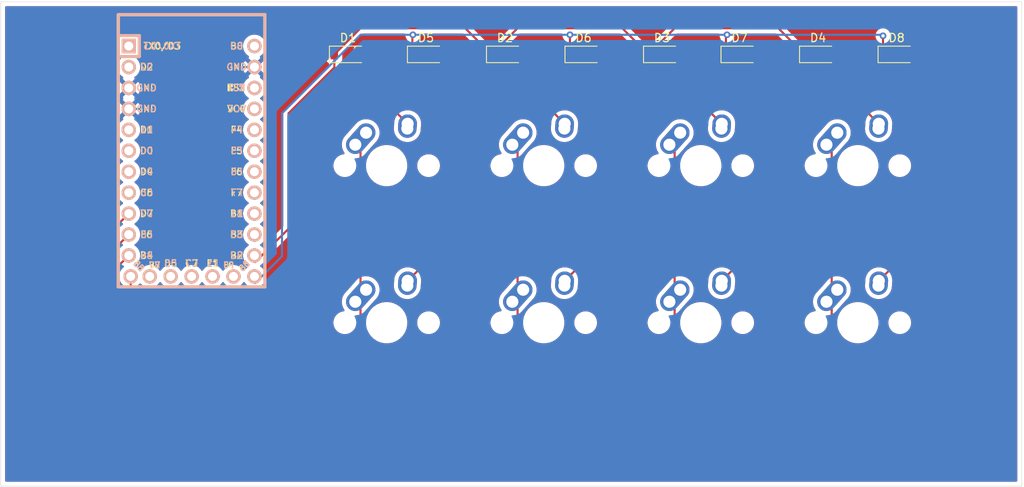
<source format=kicad_pcb>
(kicad_pcb (version 20171130) (host pcbnew "(5.1.10-1-10_14)")
  (layers (0 F.Cu signal) (31 B.Cu signal) (34 B.Paste user) (35 F.Paste user) (36 B.SilkS user) (37 F.SilkS user) (38 B.Mask user) (39 F.Mask user) (44 Edge.Cuts user))
  (net 0 "")
  (net 1 "Net-(D1-Pad2)")
  (net 2 ROW0)
  (net 3 "Net-(D2-Pad2)")
  (net 4 "Net-(D3-Pad2)")
  (net 5 "Net-(D4-Pad2)")
  (net 6 "Net-(D5-Pad2)")
  (net 7 ROW1)
  (net 8 "Net-(D6-Pad2)")
  (net 9 "Net-(D7-Pad2)")
  (net 10 "Net-(D8-Pad2)")
  (net 11 COL0)
  (net 12 COL1)
  (net 13 COL2)
  (net 14 COL3)
  (net 15 "Net-(U1-Pad25)")
  (net 16 "Net-(U1-Pad26)")
  (net 17 "Net-(U1-Pad27)")
  (net 18 "Net-(U1-Pad28)")
  (net 19 "Net-(U1-Pad29)")
  (net 20 "Net-(U1-Pad24)")
  (net 21 "Net-(U1-Pad22)")
  (net 22 "Net-(U1-Pad21)")
  (net 23 "Net-(U1-Pad20)")
  (net 24 "Net-(U1-Pad19)")
  (net 25 "Net-(U1-Pad18)")
  (net 26 "Net-(U1-Pad17)")
  (net 27 "Net-(U1-Pad16)")
  (net 28 "Net-(U1-Pad15)")
  (net 29 "Net-(U1-Pad8)")
  (net 30 "Net-(U1-Pad7)")
  (net 31 "Net-(U1-Pad6)")
  (net 32 "Net-(U1-Pad5)")
  (net 33 "Net-(U1-Pad2)")
  (net 34 "Net-(U1-Pad1)")
  (net 35 GND)
  (module MX_Alps_Hybrid:MX-1U-NoLED (layer F.Cu) (at 150.7909 101.6267)
    (fp_text reference MX6)
    (fp_text value MX-NoLED)
    (pad "" np_thru_hole circle (at 5.08 0 48.0996) (size 1.75 1.75) (drill 1.75) (layers *.Cu *.Mask))
    (pad "" np_thru_hole circle (at -5.08 0 48.0996) (size 1.75 1.75) (drill 1.75) (layers *.Cu *.Mask))
    (pad 1 thru_hole circle (at -2.5 -4) (size 2.25 2.25) (drill 1.47) (layers *.Cu B.Mask) (net 12 COL1))
    (pad "" np_thru_hole circle (at 0 0) (size 3.9878 3.9878) (drill 3.9878) (layers *.Cu *.Mask))
    (pad 1 thru_hole oval (at -3.81 -2.54 48.0996) (size 4.211556 2.25) (drill 1.47 (offset 0.980778 0)) (layers *.Cu B.Mask) (net 12 COL1))
    (pad 2 thru_hole circle (at 2.54 -5.08) (size 2.25 2.25) (drill 1.47) (layers *.Cu B.Mask) (net 8 "Net-(D6-Pad2)"))
    (pad 2 thru_hole oval (at 2.5 -4.5 86.0548) (size 2.831378 2.25) (drill 1.47 (offset 0.290689 0)) (layers *.Cu B.Mask) (net 8 "Net-(D6-Pad2)"))
  )
  (module MX_Alps_Hybrid:MX-1U-NoLED (layer F.Cu) (at 169.8409 82.5767)
    (fp_text reference MX3)
    (fp_text value MX-NoLED)
    (pad "" np_thru_hole circle (at 5.08 0 48.0996) (size 1.75 1.75) (drill 1.75) (layers *.Cu *.Mask))
    (pad "" np_thru_hole circle (at -5.08 0 48.0996) (size 1.75 1.75) (drill 1.75) (layers *.Cu *.Mask))
    (pad 1 thru_hole circle (at -2.5 -4) (size 2.25 2.25) (drill 1.47) (layers *.Cu B.Mask) (net 13 COL2))
    (pad "" np_thru_hole circle (at 0 0) (size 3.9878 3.9878) (drill 3.9878) (layers *.Cu *.Mask))
    (pad 1 thru_hole oval (at -3.81 -2.54 48.0996) (size 4.211556 2.25) (drill 1.47 (offset 0.980778 0)) (layers *.Cu B.Mask) (net 13 COL2))
    (pad 2 thru_hole circle (at 2.54 -5.08) (size 2.25 2.25) (drill 1.47) (layers *.Cu B.Mask) (net 4 "Net-(D3-Pad2)"))
    (pad 2 thru_hole oval (at 2.5 -4.5 86.0548) (size 2.831378 2.25) (drill 1.47 (offset 0.290689 0)) (layers *.Cu B.Mask) (net 4 "Net-(D3-Pad2)"))
  )
  (module Keebio-Parts:Elite-C (layer F.Cu) (at 108.077 82.042 270)
    (fp_text reference U1 hide)
    (fp_text value Elite-C hide)
    (fp_line (start -15.24 6.35) (end -15.24 8.89) (layer F.SilkS) (width 0.381))
    (fp_line (start -15.24 6.35) (end -15.24 8.89) (layer B.SilkS) (width 0.381))
    (fp_line (start -17.78 8.89) (end -15.24 8.89) (layer F.SilkS) (width 0.381))
    (fp_line (start -17.78 -8.89) (end -17.78 8.89) (layer F.SilkS) (width 0.381))
    (fp_line (start -15.24 -8.89) (end -17.78 -8.89) (layer F.SilkS) (width 0.381))
    (fp_line (start -17.78 -8.89) (end -17.78 8.89) (layer B.SilkS) (width 0.381))
    (fp_line (start -17.78 8.89) (end 15.24 8.89) (layer B.SilkS) (width 0.381))
    (fp_line (start 15.24 8.89) (end 15.24 -8.89) (layer B.SilkS) (width 0.381))
    (fp_line (start 15.24 -8.89) (end -17.78 -8.89) (layer B.SilkS) (width 0.381))
    (fp_poly (pts (xy -9.35097 -5.844635) (xy -9.25097 -5.844635) (xy -9.25097 -6.344635) (xy -9.35097 -6.344635)) (layer B.SilkS) (width 0.15))
    (fp_poly (pts (xy -9.35097 -5.844635) (xy -9.05097 -5.844635) (xy -9.05097 -5.944635) (xy -9.35097 -5.944635)) (layer B.SilkS) (width 0.15))
    (fp_poly (pts (xy -8.75097 -5.844635) (xy -8.55097 -5.844635) (xy -8.55097 -5.944635) (xy -8.75097 -5.944635)) (layer B.SilkS) (width 0.15))
    (fp_poly (pts (xy -9.35097 -6.244635) (xy -8.55097 -6.244635) (xy -8.55097 -6.344635) (xy -9.35097 -6.344635)) (layer B.SilkS) (width 0.15))
    (fp_poly (pts (xy -8.95097 -6.044635) (xy -8.85097 -6.044635) (xy -8.85097 -6.144635) (xy -8.95097 -6.144635)) (layer B.SilkS) (width 0.15))
    (fp_poly (pts (xy -8.76064 -4.931568) (xy -8.56064 -4.931568) (xy -8.56064 -4.831568) (xy -8.76064 -4.831568)) (layer F.SilkS) (width 0.15))
    (fp_poly (pts (xy -9.36064 -4.531568) (xy -8.56064 -4.531568) (xy -8.56064 -4.431568) (xy -9.36064 -4.431568)) (layer F.SilkS) (width 0.15))
    (fp_poly (pts (xy -9.36064 -4.931568) (xy -9.26064 -4.931568) (xy -9.26064 -4.431568) (xy -9.36064 -4.431568)) (layer F.SilkS) (width 0.15))
    (fp_poly (pts (xy -8.96064 -4.731568) (xy -8.86064 -4.731568) (xy -8.86064 -4.631568) (xy -8.96064 -4.631568)) (layer F.SilkS) (width 0.15))
    (fp_poly (pts (xy -9.36064 -4.931568) (xy -9.06064 -4.931568) (xy -9.06064 -4.831568) (xy -9.36064 -4.831568)) (layer F.SilkS) (width 0.15))
    (fp_line (start -12.7 6.35) (end -12.7 8.89) (layer F.SilkS) (width 0.381))
    (fp_line (start -15.24 6.35) (end -12.7 6.35) (layer F.SilkS) (width 0.381))
    (fp_line (start 15.24 -8.89) (end -15.24 -8.89) (layer F.SilkS) (width 0.381))
    (fp_line (start 15.24 8.89) (end 15.24 -8.89) (layer F.SilkS) (width 0.381))
    (fp_line (start -15.24 8.89) (end 15.24 8.89) (layer F.SilkS) (width 0.381))
    (fp_line (start -15.24 6.35) (end -12.7 6.35) (layer B.SilkS) (width 0.381))
    (fp_line (start -12.7 6.35) (end -12.7 8.89) (layer B.SilkS) (width 0.381))
    (fp_text user D5 (at 12.4 2.54) (layer B.SilkS) (effects (font (size 0.8 0.8)) (justify mirror)))
    (fp_text user D5 (at 12.4 2.54) (layer F.SilkS) (effects (font (size 0.8 0.8))))
    (fp_text user F1 (at 12.4 -2.54) (layer F.SilkS) (effects (font (size 0.8 0.8))))
    (fp_text user F1 (at 12.4 -2.54) (layer B.SilkS) (effects (font (size 0.8 0.8)) (justify mirror)))
    (fp_text user C7 (at 12.4 0) (layer B.SilkS) (effects (font (size 0.8 0.8)) (justify mirror)))
    (fp_text user C7 (at 12.4 0) (layer F.SilkS) (effects (font (size 0.8 0.8))))
    (fp_text user B6 (at 12.7 -6.4 45 unlocked) (layer B.SilkS) (effects (font (size 0.7 0.7)) (justify mirror)))
    (fp_text user B6 (at 12.7 -6.4 45 unlocked) (layer F.SilkS) (effects (font (size 0.7 0.7))))
    (fp_text user F0 (at 12.6 -4.5) (layer F.SilkS) (effects (font (size 0.7 0.7))))
    (fp_text user F0 (at 12.6 -4.5) (layer B.SilkS) (effects (font (size 0.7 0.7)) (justify mirror)))
    (fp_text user B7 (at 12.6 4.5) (layer B.SilkS) (effects (font (size 0.7 0.7)) (justify mirror)))
    (fp_text user B7 (at 12.6 4.5) (layer F.SilkS) (effects (font (size 0.7 0.7))))
    (fp_text user ST (at -8.91 -5.04) (layer B.SilkS) (effects (font (size 0.8 0.8)) (justify mirror)))
    (fp_text user TX0/D3 (at -13.97 3.571872) (layer F.SilkS) (effects (font (size 0.8 0.8))))
    (fp_text user TX0/D3 (at -13.97 3.571872) (layer B.SilkS) (effects (font (size 0.8 0.8)) (justify mirror)))
    (fp_text user D2 (at -11.43 5.461) (layer F.SilkS) (effects (font (size 0.8 0.8))))
    (fp_text user D0 (at -1.27 5.461) (layer F.SilkS) (effects (font (size 0.8 0.8))))
    (fp_text user D1 (at -3.81 5.461) (layer F.SilkS) (effects (font (size 0.8 0.8))))
    (fp_text user GND (at -6.35 5.461) (layer F.SilkS) (effects (font (size 0.8 0.8))))
    (fp_text user GND (at -8.89 5.461) (layer F.SilkS) (effects (font (size 0.8 0.8))))
    (fp_text user D4 (at 1.27 5.461) (layer F.SilkS) (effects (font (size 0.8 0.8))))
    (fp_text user C6 (at 3.81 5.461) (layer F.SilkS) (effects (font (size 0.8 0.8))))
    (fp_text user D7 (at 6.35 5.461) (layer F.SilkS) (effects (font (size 0.8 0.8))))
    (fp_text user E6 (at 8.89 5.461) (layer F.SilkS) (effects (font (size 0.8 0.8))))
    (fp_text user B4 (at 11.43 5.461) (layer F.SilkS) (effects (font (size 0.8 0.8))))
    (fp_text user B5 (at 12.7 6.4 135) (layer F.SilkS) (effects (font (size 0.7 0.7))))
    (fp_text user B2 (at 11.43 -5.461) (layer B.SilkS) (effects (font (size 0.8 0.8)) (justify mirror)))
    (fp_text user B3 (at 8.89 -5.461) (layer F.SilkS) (effects (font (size 0.8 0.8))))
    (fp_text user B1 (at 6.35 -5.461) (layer F.SilkS) (effects (font (size 0.8 0.8))))
    (fp_text user F7 (at 3.81 -5.461) (layer B.SilkS) (effects (font (size 0.8 0.8)) (justify mirror)))
    (fp_text user F6 (at 1.27 -5.461) (layer B.SilkS) (effects (font (size 0.8 0.8)) (justify mirror)))
    (fp_text user F5 (at -1.27 -5.461) (layer B.SilkS) (effects (font (size 0.8 0.8)) (justify mirror)))
    (fp_text user F4 (at -3.81 -5.461) (layer F.SilkS) (effects (font (size 0.8 0.8))))
    (fp_text user VCC (at -6.35 -5.461) (layer F.SilkS) (effects (font (size 0.8 0.8))))
    (fp_text user ST (at -8.92 -5.73312) (layer F.SilkS) (effects (font (size 0.8 0.8))))
    (fp_text user GND (at -11.43 -5.461) (layer F.SilkS) (effects (font (size 0.8 0.8))))
    (fp_text user B0 (at -13.97 -5.461) (layer F.SilkS) (effects (font (size 0.8 0.8))))
    (fp_text user B0 (at -13.97 -5.461) (layer B.SilkS) (effects (font (size 0.8 0.8)) (justify mirror)))
    (fp_text user GND (at -11.43 -5.461) (layer B.SilkS) (effects (font (size 0.8 0.8)) (justify mirror)))
    (fp_text user VCC (at -6.35 -5.461) (layer B.SilkS) (effects (font (size 0.8 0.8)) (justify mirror)))
    (fp_text user F4 (at -3.81 -5.461) (layer B.SilkS) (effects (font (size 0.8 0.8)) (justify mirror)))
    (fp_text user F5 (at -1.27 -5.461) (layer F.SilkS) (effects (font (size 0.8 0.8))))
    (fp_text user F6 (at 1.27 -5.461) (layer F.SilkS) (effects (font (size 0.8 0.8))))
    (fp_text user F7 (at 3.81 -5.461) (layer F.SilkS) (effects (font (size 0.8 0.8))))
    (fp_text user B1 (at 6.35 -5.461) (layer B.SilkS) (effects (font (size 0.8 0.8)) (justify mirror)))
    (fp_text user B3 (at 8.89 -5.461) (layer B.SilkS) (effects (font (size 0.8 0.8)) (justify mirror)))
    (fp_text user B2 (at 11.43 -5.461) (layer F.SilkS) (effects (font (size 0.8 0.8))))
    (fp_text user B5 (at 12.7 6.4 135) (layer B.SilkS) (effects (font (size 0.7 0.7)) (justify mirror)))
    (fp_text user B4 (at 11.43 5.461) (layer B.SilkS) (effects (font (size 0.8 0.8)) (justify mirror)))
    (fp_text user E6 (at 8.89 5.461) (layer B.SilkS) (effects (font (size 0.8 0.8)) (justify mirror)))
    (fp_text user D7 (at 6.35 5.461) (layer B.SilkS) (effects (font (size 0.8 0.8)) (justify mirror)))
    (fp_text user C6 (at 3.81 5.461) (layer B.SilkS) (effects (font (size 0.8 0.8)) (justify mirror)))
    (fp_text user D4 (at 1.27 5.461) (layer B.SilkS) (effects (font (size 0.8 0.8)) (justify mirror)))
    (fp_text user GND (at -8.89 5.461) (layer B.SilkS) (effects (font (size 0.8 0.8)) (justify mirror)))
    (fp_text user GND (at -6.35 5.461) (layer B.SilkS) (effects (font (size 0.8 0.8)) (justify mirror)))
    (fp_text user D1 (at -3.81 5.461) (layer B.SilkS) (effects (font (size 0.8 0.8)) (justify mirror)))
    (fp_text user D0 (at -1.27 5.461) (layer B.SilkS) (effects (font (size 0.8 0.8)) (justify mirror)))
    (fp_text user D2 (at -11.43 5.461) (layer B.SilkS) (effects (font (size 0.8 0.8)) (justify mirror)))
    (pad 25 thru_hole circle (at 13.97 5.08 270) (size 1.7526 1.7526) (drill 1.0922) (layers *.Cu *.SilkS *.Mask) (net 15 "Net-(U1-Pad25)"))
    (pad 26 thru_hole circle (at 13.97 2.54 270) (size 1.7526 1.7526) (drill 1.0922) (layers *.Cu *.SilkS *.Mask) (net 16 "Net-(U1-Pad26)"))
    (pad 27 thru_hole circle (at 13.97 0 270) (size 1.7526 1.7526) (drill 1.0922) (layers *.Cu *.SilkS *.Mask) (net 17 "Net-(U1-Pad27)"))
    (pad 28 thru_hole circle (at 13.97 -2.54 270) (size 1.7526 1.7526) (drill 1.0922) (layers *.Cu *.SilkS *.Mask) (net 18 "Net-(U1-Pad28)"))
    (pad 29 thru_hole circle (at 13.97 -5.08 270) (size 1.7526 1.7526) (drill 1.0922) (layers *.Cu *.SilkS *.Mask) (net 19 "Net-(U1-Pad29)"))
    (pad 24 thru_hole circle (at -13.97 -7.62 270) (size 1.7526 1.7526) (drill 1.0922) (layers *.Cu *.SilkS *.Mask) (net 20 "Net-(U1-Pad24)"))
    (pad 12 thru_hole circle (at 13.97 7.3914 270) (size 1.7526 1.7526) (drill 1.0922) (layers *.Cu *.SilkS *.Mask) (net 11 COL0))
    (pad 23 thru_hole circle (at -11.43 -7.62 270) (size 1.7526 1.7526) (drill 1.0922) (layers *.Cu *.SilkS *.Mask) (net 35 GND))
    (pad 22 thru_hole circle (at -8.89 -7.62 270) (size 1.7526 1.7526) (drill 1.0922) (layers *.Cu *.SilkS *.Mask) (net 21 "Net-(U1-Pad22)"))
    (pad 21 thru_hole circle (at -6.35 -7.62 270) (size 1.7526 1.7526) (drill 1.0922) (layers *.Cu *.SilkS *.Mask) (net 22 "Net-(U1-Pad21)"))
    (pad 20 thru_hole circle (at -3.81 -7.62 270) (size 1.7526 1.7526) (drill 1.0922) (layers *.Cu *.SilkS *.Mask) (net 23 "Net-(U1-Pad20)"))
    (pad 19 thru_hole circle (at -1.27 -7.62 270) (size 1.7526 1.7526) (drill 1.0922) (layers *.Cu *.SilkS *.Mask) (net 24 "Net-(U1-Pad19)"))
    (pad 18 thru_hole circle (at 1.27 -7.62 270) (size 1.7526 1.7526) (drill 1.0922) (layers *.Cu *.SilkS *.Mask) (net 25 "Net-(U1-Pad18)"))
    (pad 17 thru_hole circle (at 3.81 -7.62 270) (size 1.7526 1.7526) (drill 1.0922) (layers *.Cu *.SilkS *.Mask) (net 26 "Net-(U1-Pad17)"))
    (pad 16 thru_hole circle (at 6.35 -7.62 270) (size 1.7526 1.7526) (drill 1.0922) (layers *.Cu *.SilkS *.Mask) (net 27 "Net-(U1-Pad16)"))
    (pad 15 thru_hole circle (at 8.89 -7.62 270) (size 1.7526 1.7526) (drill 1.0922) (layers *.Cu *.SilkS *.Mask) (net 28 "Net-(U1-Pad15)"))
    (pad 14 thru_hole circle (at 11.43 -7.62 270) (size 1.7526 1.7526) (drill 1.0922) (layers *.Cu *.SilkS *.Mask) (net 2 ROW0))
    (pad 13 thru_hole circle (at 13.97 -7.62 270) (size 1.7526 1.7526) (drill 1.0922) (layers *.Cu *.SilkS *.Mask) (net 7 ROW1))
    (pad 11 thru_hole circle (at 11.43 7.62 270) (size 1.7526 1.7526) (drill 1.0922) (layers *.Cu *.SilkS *.Mask) (net 12 COL1))
    (pad 10 thru_hole circle (at 8.89 7.62 270) (size 1.7526 1.7526) (drill 1.0922) (layers *.Cu *.SilkS *.Mask) (net 13 COL2))
    (pad 9 thru_hole circle (at 6.35 7.62 270) (size 1.7526 1.7526) (drill 1.0922) (layers *.Cu *.SilkS *.Mask) (net 14 COL3))
    (pad 8 thru_hole circle (at 3.81 7.62 270) (size 1.7526 1.7526) (drill 1.0922) (layers *.Cu *.SilkS *.Mask) (net 29 "Net-(U1-Pad8)"))
    (pad 7 thru_hole circle (at 1.27 7.62 270) (size 1.7526 1.7526) (drill 1.0922) (layers *.Cu *.SilkS *.Mask) (net 30 "Net-(U1-Pad7)"))
    (pad 6 thru_hole circle (at -1.27 7.62 270) (size 1.7526 1.7526) (drill 1.0922) (layers *.Cu *.SilkS *.Mask) (net 31 "Net-(U1-Pad6)"))
    (pad 5 thru_hole circle (at -3.81 7.62 270) (size 1.7526 1.7526) (drill 1.0922) (layers *.Cu *.SilkS *.Mask) (net 32 "Net-(U1-Pad5)"))
    (pad 4 thru_hole circle (at -6.35 7.62 270) (size 1.7526 1.7526) (drill 1.0922) (layers *.Cu *.SilkS *.Mask) (net 35 GND))
    (pad 3 thru_hole circle (at -8.89 7.62 270) (size 1.7526 1.7526) (drill 1.0922) (layers *.Cu *.SilkS *.Mask) (net 35 GND))
    (pad 2 thru_hole circle (at -11.43 7.62 270) (size 1.7526 1.7526) (drill 1.0922) (layers *.Cu *.SilkS *.Mask) (net 33 "Net-(U1-Pad2)"))
    (pad 1 thru_hole rect (at -13.97 7.62 270) (size 1.7526 1.7526) (drill 1.0922) (layers *.Cu *.SilkS *.Mask) (net 34 "Net-(U1-Pad1)"))
  )
  (module MX_Alps_Hybrid:MX-1U-NoLED (layer F.Cu) (at 188.8909 101.6267)
    (fp_text reference MX8)
    (fp_text value MX-NoLED)
    (pad "" np_thru_hole circle (at 5.08 0 48.0996) (size 1.75 1.75) (drill 1.75) (layers *.Cu *.Mask))
    (pad "" np_thru_hole circle (at -5.08 0 48.0996) (size 1.75 1.75) (drill 1.75) (layers *.Cu *.Mask))
    (pad 1 thru_hole circle (at -2.5 -4) (size 2.25 2.25) (drill 1.47) (layers *.Cu B.Mask) (net 14 COL3))
    (pad "" np_thru_hole circle (at 0 0) (size 3.9878 3.9878) (drill 3.9878) (layers *.Cu *.Mask))
    (pad 1 thru_hole oval (at -3.81 -2.54 48.0996) (size 4.211556 2.25) (drill 1.47 (offset 0.980778 0)) (layers *.Cu B.Mask) (net 14 COL3))
    (pad 2 thru_hole circle (at 2.54 -5.08) (size 2.25 2.25) (drill 1.47) (layers *.Cu B.Mask) (net 10 "Net-(D8-Pad2)"))
    (pad 2 thru_hole oval (at 2.5 -4.5 86.0548) (size 2.831378 2.25) (drill 1.47 (offset 0.290689 0)) (layers *.Cu B.Mask) (net 10 "Net-(D8-Pad2)"))
  )
  (module MX_Alps_Hybrid:MX-1U-NoLED (layer F.Cu) (at 169.8409 101.6267)
    (fp_text reference MX7)
    (fp_text value MX-NoLED)
    (pad "" np_thru_hole circle (at 5.08 0 48.0996) (size 1.75 1.75) (drill 1.75) (layers *.Cu *.Mask))
    (pad "" np_thru_hole circle (at -5.08 0 48.0996) (size 1.75 1.75) (drill 1.75) (layers *.Cu *.Mask))
    (pad 1 thru_hole circle (at -2.5 -4) (size 2.25 2.25) (drill 1.47) (layers *.Cu B.Mask) (net 13 COL2))
    (pad "" np_thru_hole circle (at 0 0) (size 3.9878 3.9878) (drill 3.9878) (layers *.Cu *.Mask))
    (pad 1 thru_hole oval (at -3.81 -2.54 48.0996) (size 4.211556 2.25) (drill 1.47 (offset 0.980778 0)) (layers *.Cu B.Mask) (net 13 COL2))
    (pad 2 thru_hole circle (at 2.54 -5.08) (size 2.25 2.25) (drill 1.47) (layers *.Cu B.Mask) (net 9 "Net-(D7-Pad2)"))
    (pad 2 thru_hole oval (at 2.5 -4.5 86.0548) (size 2.831378 2.25) (drill 1.47 (offset 0.290689 0)) (layers *.Cu B.Mask) (net 9 "Net-(D7-Pad2)"))
  )
  (module MX_Alps_Hybrid:MX-1U-NoLED (layer F.Cu) (at 131.7409 101.6267)
    (fp_text reference MX5)
    (fp_text value MX-NoLED)
    (pad "" np_thru_hole circle (at 5.08 0 48.0996) (size 1.75 1.75) (drill 1.75) (layers *.Cu *.Mask))
    (pad "" np_thru_hole circle (at -5.08 0 48.0996) (size 1.75 1.75) (drill 1.75) (layers *.Cu *.Mask))
    (pad 1 thru_hole circle (at -2.5 -4) (size 2.25 2.25) (drill 1.47) (layers *.Cu B.Mask) (net 11 COL0))
    (pad "" np_thru_hole circle (at 0 0) (size 3.9878 3.9878) (drill 3.9878) (layers *.Cu *.Mask))
    (pad 1 thru_hole oval (at -3.81 -2.54 48.0996) (size 4.211556 2.25) (drill 1.47 (offset 0.980778 0)) (layers *.Cu B.Mask) (net 11 COL0))
    (pad 2 thru_hole circle (at 2.54 -5.08) (size 2.25 2.25) (drill 1.47) (layers *.Cu B.Mask) (net 6 "Net-(D5-Pad2)"))
    (pad 2 thru_hole oval (at 2.5 -4.5 86.0548) (size 2.831378 2.25) (drill 1.47 (offset 0.290689 0)) (layers *.Cu B.Mask) (net 6 "Net-(D5-Pad2)"))
  )
  (module MX_Alps_Hybrid:MX-1U-NoLED (layer F.Cu) (at 188.8909 82.5767)
    (fp_text reference MX4)
    (fp_text value MX-NoLED)
    (pad "" np_thru_hole circle (at 5.08 0 48.0996) (size 1.75 1.75) (drill 1.75) (layers *.Cu *.Mask))
    (pad "" np_thru_hole circle (at -5.08 0 48.0996) (size 1.75 1.75) (drill 1.75) (layers *.Cu *.Mask))
    (pad 1 thru_hole circle (at -2.5 -4) (size 2.25 2.25) (drill 1.47) (layers *.Cu B.Mask) (net 14 COL3))
    (pad "" np_thru_hole circle (at 0 0) (size 3.9878 3.9878) (drill 3.9878) (layers *.Cu *.Mask))
    (pad 1 thru_hole oval (at -3.81 -2.54 48.0996) (size 4.211556 2.25) (drill 1.47 (offset 0.980778 0)) (layers *.Cu B.Mask) (net 14 COL3))
    (pad 2 thru_hole circle (at 2.54 -5.08) (size 2.25 2.25) (drill 1.47) (layers *.Cu B.Mask) (net 5 "Net-(D4-Pad2)"))
    (pad 2 thru_hole oval (at 2.5 -4.5 86.0548) (size 2.831378 2.25) (drill 1.47 (offset 0.290689 0)) (layers *.Cu B.Mask) (net 5 "Net-(D4-Pad2)"))
  )
  (module MX_Alps_Hybrid:MX-1U-NoLED (layer F.Cu) (at 150.7909 82.5767)
    (fp_text reference MX2)
    (fp_text value MX-NoLED)
    (pad "" np_thru_hole circle (at 5.08 0 48.0996) (size 1.75 1.75) (drill 1.75) (layers *.Cu *.Mask))
    (pad "" np_thru_hole circle (at -5.08 0 48.0996) (size 1.75 1.75) (drill 1.75) (layers *.Cu *.Mask))
    (pad 1 thru_hole circle (at -2.5 -4) (size 2.25 2.25) (drill 1.47) (layers *.Cu B.Mask) (net 12 COL1))
    (pad "" np_thru_hole circle (at 0 0) (size 3.9878 3.9878) (drill 3.9878) (layers *.Cu *.Mask))
    (pad 1 thru_hole oval (at -3.81 -2.54 48.0996) (size 4.211556 2.25) (drill 1.47 (offset 0.980778 0)) (layers *.Cu B.Mask) (net 12 COL1))
    (pad 2 thru_hole circle (at 2.54 -5.08) (size 2.25 2.25) (drill 1.47) (layers *.Cu B.Mask) (net 3 "Net-(D2-Pad2)"))
    (pad 2 thru_hole oval (at 2.5 -4.5 86.0548) (size 2.831378 2.25) (drill 1.47 (offset 0.290689 0)) (layers *.Cu B.Mask) (net 3 "Net-(D2-Pad2)"))
  )
  (module MX_Alps_Hybrid:MX-1U-NoLED (layer F.Cu) (at 131.7409 82.5767)
    (fp_text reference MX1)
    (fp_text value MX-NoLED)
    (pad "" np_thru_hole circle (at 5.08 0 48.0996) (size 1.75 1.75) (drill 1.75) (layers *.Cu *.Mask))
    (pad "" np_thru_hole circle (at -5.08 0 48.0996) (size 1.75 1.75) (drill 1.75) (layers *.Cu *.Mask))
    (pad 1 thru_hole circle (at -2.5 -4) (size 2.25 2.25) (drill 1.47) (layers *.Cu B.Mask) (net 11 COL0))
    (pad "" np_thru_hole circle (at 0 0) (size 3.9878 3.9878) (drill 3.9878) (layers *.Cu *.Mask))
    (pad 1 thru_hole oval (at -3.81 -2.54 48.0996) (size 4.211556 2.25) (drill 1.47 (offset 0.980778 0)) (layers *.Cu B.Mask) (net 11 COL0))
    (pad 2 thru_hole circle (at 2.54 -5.08) (size 2.25 2.25) (drill 1.47) (layers *.Cu B.Mask) (net 1 "Net-(D1-Pad2)"))
    (pad 2 thru_hole oval (at 2.5 -4.5 86.0548) (size 2.831378 2.25) (drill 1.47 (offset 0.290689 0)) (layers *.Cu B.Mask) (net 1 "Net-(D1-Pad2)"))
  )
  (module Diode_SMD:D_SOD-123 (layer F.Cu) (at 193.5909 69.08295)
    (fp_text reference D8 (at 0 -2) (layer F.SilkS))
    (fp_text value D_Small)
    (fp_line (start -2.25 -1) (end 1.65 -1) (layer F.SilkS) (width 0.12))
    (fp_line (start -2.25 1) (end 1.65 1) (layer F.SilkS) (width 0.12))
    (fp_line (start -2.25 -1) (end -2.25 1) (layer F.SilkS) (width 0.12))
    (pad 2 smd rect (at 1.65 0) (size 0.9 1.2) (layers F.Cu F.Paste F.Mask) (net 10 "Net-(D8-Pad2)"))
    (pad 1 smd rect (at -1.65 0) (size 0.9 1.2) (layers F.Cu F.Paste F.Mask) (net 7 ROW1))
  )
  (module Diode_SMD:D_SOD-123 (layer F.Cu) (at 174.5409 69.08295)
    (fp_text reference D7 (at 0 -2) (layer F.SilkS))
    (fp_text value D_Small)
    (fp_line (start -2.25 -1) (end 1.65 -1) (layer F.SilkS) (width 0.12))
    (fp_line (start -2.25 1) (end 1.65 1) (layer F.SilkS) (width 0.12))
    (fp_line (start -2.25 -1) (end -2.25 1) (layer F.SilkS) (width 0.12))
    (pad 2 smd rect (at 1.65 0) (size 0.9 1.2) (layers F.Cu F.Paste F.Mask) (net 9 "Net-(D7-Pad2)"))
    (pad 1 smd rect (at -1.65 0) (size 0.9 1.2) (layers F.Cu F.Paste F.Mask) (net 7 ROW1))
  )
  (module Diode_SMD:D_SOD-123 (layer F.Cu) (at 155.6159 69.08295)
    (fp_text reference D6 (at 0 -2) (layer F.SilkS))
    (fp_text value D_Small)
    (fp_line (start -2.25 -1) (end 1.65 -1) (layer F.SilkS) (width 0.12))
    (fp_line (start -2.25 1) (end 1.65 1) (layer F.SilkS) (width 0.12))
    (fp_line (start -2.25 -1) (end -2.25 1) (layer F.SilkS) (width 0.12))
    (pad 2 smd rect (at 1.65 0) (size 0.9 1.2) (layers F.Cu F.Paste F.Mask) (net 8 "Net-(D6-Pad2)"))
    (pad 1 smd rect (at -1.65 0) (size 0.9 1.2) (layers F.Cu F.Paste F.Mask) (net 7 ROW1))
  )
  (module Diode_SMD:D_SOD-123 (layer F.Cu) (at 136.5034 69.08295)
    (fp_text reference D5 (at 0 -2) (layer F.SilkS))
    (fp_text value D_Small)
    (fp_line (start -2.25 -1) (end 1.65 -1) (layer F.SilkS) (width 0.12))
    (fp_line (start -2.25 1) (end 1.65 1) (layer F.SilkS) (width 0.12))
    (fp_line (start -2.25 -1) (end -2.25 1) (layer F.SilkS) (width 0.12))
    (pad 2 smd rect (at 1.65 0) (size 0.9 1.2) (layers F.Cu F.Paste F.Mask) (net 6 "Net-(D5-Pad2)"))
    (pad 1 smd rect (at -1.65 0) (size 0.9 1.2) (layers F.Cu F.Paste F.Mask) (net 7 ROW1))
  )
  (module Diode_SMD:D_SOD-123 (layer F.Cu) (at 184.0659 69.08295)
    (fp_text reference D4 (at 0 -2) (layer F.SilkS))
    (fp_text value D_Small)
    (fp_line (start -2.25 -1) (end 1.65 -1) (layer F.SilkS) (width 0.12))
    (fp_line (start -2.25 1) (end 1.65 1) (layer F.SilkS) (width 0.12))
    (fp_line (start -2.25 -1) (end -2.25 1) (layer F.SilkS) (width 0.12))
    (pad 2 smd rect (at 1.65 0) (size 0.9 1.2) (layers F.Cu F.Paste F.Mask) (net 5 "Net-(D4-Pad2)"))
    (pad 1 smd rect (at -1.65 0) (size 0.9 1.2) (layers F.Cu F.Paste F.Mask) (net 2 ROW0))
  )
  (module Diode_SMD:D_SOD-123 (layer F.Cu) (at 165.1409 69.08295)
    (fp_text reference D3 (at 0 -2) (layer F.SilkS))
    (fp_text value D_Small)
    (fp_line (start -2.25 -1) (end 1.65 -1) (layer F.SilkS) (width 0.12))
    (fp_line (start -2.25 1) (end 1.65 1) (layer F.SilkS) (width 0.12))
    (fp_line (start -2.25 -1) (end -2.25 1) (layer F.SilkS) (width 0.12))
    (pad 2 smd rect (at 1.65 0) (size 0.9 1.2) (layers F.Cu F.Paste F.Mask) (net 4 "Net-(D3-Pad2)"))
    (pad 1 smd rect (at -1.65 0) (size 0.9 1.2) (layers F.Cu F.Paste F.Mask) (net 2 ROW0))
  )
  (module Diode_SMD:D_SOD-123 (layer F.Cu) (at 146.0909 69.08295)
    (fp_text reference D2 (at 0 -2) (layer F.SilkS))
    (fp_text value D_Small)
    (fp_line (start -2.25 -1) (end 1.65 -1) (layer F.SilkS) (width 0.12))
    (fp_line (start -2.25 1) (end 1.65 1) (layer F.SilkS) (width 0.12))
    (fp_line (start -2.25 -1) (end -2.25 1) (layer F.SilkS) (width 0.12))
    (pad 2 smd rect (at 1.65 0) (size 0.9 1.2) (layers F.Cu F.Paste F.Mask) (net 3 "Net-(D2-Pad2)"))
    (pad 1 smd rect (at -1.65 0) (size 0.9 1.2) (layers F.Cu F.Paste F.Mask) (net 2 ROW0))
  )
  (module Diode_SMD:D_SOD-123 (layer F.Cu) (at 127.0409 69.08295)
    (fp_text reference D1 (at 0 -2) (layer F.SilkS))
    (fp_text value D_Small)
    (fp_line (start -2.25 -1) (end 1.65 -1) (layer F.SilkS) (width 0.12))
    (fp_line (start -2.25 1) (end 1.65 1) (layer F.SilkS) (width 0.12))
    (fp_line (start -2.25 -1) (end -2.25 1) (layer F.SilkS) (width 0.12))
    (pad 2 smd rect (at 1.65 0) (size 0.9 1.2) (layers F.Cu F.Paste F.Mask) (net 1 "Net-(D1-Pad2)"))
    (pad 1 smd rect (at -1.65 0) (size 0.9 1.2) (layers F.Cu F.Paste F.Mask) (net 2 ROW0))
  )
  (gr_line (start 84.93125 62.70625) (end 84.93125 121.44375) (layer Edge.Cuts) (width 0.05))
  (gr_line (start 208.75625 62.70625) (end 84.93125 62.70625) (layer Edge.Cuts) (width 0.05))
  (gr_line (start 208.75625 121.44375) (end 208.75625 62.70625) (layer Edge.Cuts) (width 0.05))
  (gr_line (start 84.93125 121.44375) (end 208.75625 121.44375) (layer Edge.Cuts) (width 0.05))
  (segment (start 128.6909 71.9067) (end 134.2809 77.4967) (width 0.254) (layer F.Cu) (net 1))
  (segment (start 128.6909 69.08295) (end 128.6909 71.9067) (width 0.254) (layer F.Cu) (net 1))
  (segment (start 182.4159 69.08295) (end 182.4159 69.0024) (width 0.25) (layer F.Cu) (net 2))
  (segment (start 125.3909 69.08295) (end 128.5659 65.90795) (width 0.254) (layer F.Cu) (net 2))
  (segment (start 141.2659 65.90795) (end 144.4409 69.08295) (width 0.254) (layer F.Cu) (net 2))
  (segment (start 128.5659 65.90795) (end 141.2659 65.90795) (width 0.254) (layer F.Cu) (net 2))
  (segment (start 160.3159 65.90795) (end 163.4909 69.08295) (width 0.254) (layer F.Cu) (net 2))
  (segment (start 147.6159 65.90795) (end 160.3159 65.90795) (width 0.254) (layer F.Cu) (net 2))
  (segment (start 144.4409 69.08295) (end 147.6159 65.90795) (width 0.254) (layer F.Cu) (net 2))
  (segment (start 179.2409 65.90795) (end 182.4159 69.08295) (width 0.254) (layer F.Cu) (net 2))
  (segment (start 166.6659 65.90795) (end 179.2409 65.90795) (width 0.254) (layer F.Cu) (net 2))
  (segment (start 163.4909 69.08295) (end 166.6659 65.90795) (width 0.254) (layer F.Cu) (net 2))
  (segment (start 125.3909 69.08295) (end 125.3909 70.67045) (width 0.254) (layer F.Cu) (net 2))
  (segment (start 125.3909 70.67045) (end 119.83465 76.2267) (width 0.254) (layer F.Cu) (net 2))
  (segment (start 119.83465 90.22845) (end 115.7897 94.2734) (width 0.254) (layer F.Cu) (net 2))
  (segment (start 119.83465 76.2267) (end 119.83465 90.22845) (width 0.254) (layer F.Cu) (net 2))
  (segment (start 153.2928 77.4586) (end 153.3309 77.4967) (width 0.25) (layer F.Cu) (net 3))
  (segment (start 147.7409 71.9067) (end 153.3309 77.4967) (width 0.254) (layer F.Cu) (net 3))
  (segment (start 147.7409 69.08295) (end 147.7409 71.9067) (width 0.254) (layer F.Cu) (net 3))
  (segment (start 166.7909 71.9067) (end 172.3809 77.4967) (width 0.254) (layer F.Cu) (net 4))
  (segment (start 166.7909 69.08295) (end 166.7909 71.9067) (width 0.254) (layer F.Cu) (net 4))
  (segment (start 185.7159 71.7817) (end 191.4309 77.4967) (width 0.254) (layer F.Cu) (net 5))
  (segment (start 185.7159 69.08295) (end 185.7159 71.7817) (width 0.254) (layer F.Cu) (net 5))
  (segment (start 138.1534 69.08295) (end 138.88465 69.08295) (width 0.254) (layer F.Cu) (net 6))
  (segment (start 138.88465 69.08295) (end 139.6784 69.8767) (width 0.254) (layer F.Cu) (net 6))
  (segment (start 139.6784 91.1492) (end 134.2809 96.5467) (width 0.254) (layer F.Cu) (net 6))
  (segment (start 139.6784 69.8767) (end 139.6784 91.1492) (width 0.254) (layer F.Cu) (net 6))
  (segment (start 191.9409 69.08295) (end 191.9409 66.8267) (width 0.254) (layer F.Cu) (net 7))
  (via (at 191.9409 66.8267) (size 0.8) (drill 0.4) (layers F.Cu B.Cu) (net 7))
  (segment (start 172.8909 69.08295) (end 172.8909 66.8267) (width 0.254) (layer F.Cu) (net 7))
  (via (at 173.0159 66.7017) (size 0.8) (drill 0.4) (layers F.Cu B.Cu) (net 7))
  (segment (start 172.8909 66.8267) (end 173.0159 66.7017) (width 0.254) (layer F.Cu) (net 7))
  (segment (start 153.9659 69.08295) (end 153.9659 66.7017) (width 0.254) (layer F.Cu) (net 7))
  (via (at 153.9659 66.7017) (size 0.8) (drill 0.4) (layers F.Cu B.Cu) (net 7))
  (segment (start 134.8534 69.08295) (end 134.8534 66.7642) (width 0.254) (layer F.Cu) (net 7))
  (via (at 134.9159 66.7017) (size 0.8) (drill 0.4) (layers F.Cu B.Cu) (net 7))
  (segment (start 134.8534 66.7642) (end 134.9159 66.7017) (width 0.254) (layer F.Cu) (net 7))
  (segment (start 191.8159 66.7017) (end 191.9409 66.8267) (width 0.254) (layer B.Cu) (net 7))
  (segment (start 134.9159 66.7017) (end 191.8159 66.7017) (width 0.254) (layer B.Cu) (net 7))
  (segment (start 119.0409 93.5622) (end 115.7897 96.8134) (width 0.254) (layer B.Cu) (net 7))
  (segment (start 128.5659 66.7017) (end 119.0409 76.2267) (width 0.254) (layer B.Cu) (net 7))
  (segment (start 119.0409 76.2267) (end 119.0409 93.5622) (width 0.254) (layer B.Cu) (net 7))
  (segment (start 134.9159 66.7017) (end 128.5659 66.7017) (width 0.254) (layer B.Cu) (net 7))
  (segment (start 153.2909 96.193) (end 153.2909 97.1267) (width 0.25) (layer F.Cu) (net 8))
  (segment (start 157.2659 69.08295) (end 157.93465 69.08295) (width 0.254) (layer F.Cu) (net 8))
  (segment (start 157.93465 69.08295) (end 158.7284 69.8767) (width 0.254) (layer F.Cu) (net 8))
  (segment (start 158.7284 91.1492) (end 153.3309 96.5467) (width 0.254) (layer F.Cu) (net 8))
  (segment (start 158.7284 69.8767) (end 158.7284 91.1492) (width 0.254) (layer F.Cu) (net 8))
  (segment (start 172.3409 96.4851) (end 172.3409 97.1267) (width 0.25) (layer F.Cu) (net 9))
  (segment (start 176.1909 69.08295) (end 176.98465 69.08295) (width 0.254) (layer F.Cu) (net 9))
  (segment (start 176.98465 69.08295) (end 177.7784 69.8767) (width 0.254) (layer F.Cu) (net 9))
  (segment (start 177.7784 91.1492) (end 172.3809 96.5467) (width 0.254) (layer F.Cu) (net 9))
  (segment (start 177.7784 69.8767) (end 177.7784 91.1492) (width 0.254) (layer F.Cu) (net 9))
  (segment (start 195.2409 69.08295) (end 196.03465 69.08295) (width 0.254) (layer F.Cu) (net 10))
  (segment (start 196.03465 69.08295) (end 196.8284 69.8767) (width 0.254) (layer F.Cu) (net 10))
  (segment (start 196.8284 91.1492) (end 191.4309 96.5467) (width 0.254) (layer F.Cu) (net 10))
  (segment (start 196.8284 69.8767) (end 196.8284 91.1492) (width 0.254) (layer F.Cu) (net 10))
  (segment (start 128.5659 96.9517) (end 128.5659 80.6717) (width 0.25) (layer F.Cu) (net 11))
  (segment (start 128.5659 80.6717) (end 127.9309 80.0367) (width 0.25) (layer F.Cu) (net 11))
  (segment (start 129.2409 97.6267) (end 128.5659 96.9517) (width 0.25) (layer F.Cu) (net 11))
  (segment (start 127.9309 99.0867) (end 127.77215 99.24545) (width 0.254) (layer F.Cu) (net 11))
  (segment (start 128.5659 100.0392) (end 128.5659 107.18295) (width 0.254) (layer F.Cu) (net 11))
  (segment (start 128.5659 107.18295) (end 126.9784 108.77045) (width 0.254) (layer F.Cu) (net 11))
  (segment (start 127.77215 99.24545) (end 128.5659 100.0392) (width 0.254) (layer F.Cu) (net 11))
  (segment (start 112.19945 108.77045) (end 100.6856 97.2566) (width 0.254) (layer F.Cu) (net 11))
  (segment (start 100.6856 97.2566) (end 100.6856 96.012) (width 0.254) (layer F.Cu) (net 11))
  (segment (start 112.19945 108.77045) (end 126.9784 108.77045) (width 0.254) (layer F.Cu) (net 11))
  (segment (start 146.9809 80.0367) (end 147.45715 80.0367) (width 0.25) (layer F.Cu) (net 12))
  (segment (start 147.45715 80.0367) (end 147.6159 80.19545) (width 0.25) (layer F.Cu) (net 12))
  (segment (start 147.6159 96.9517) (end 148.2909 97.6267) (width 0.25) (layer F.Cu) (net 12))
  (segment (start 147.6159 80.19545) (end 147.6159 96.9517) (width 0.25) (layer F.Cu) (net 12))
  (segment (start 111.748214 109.5642) (end 99.122682 96.938668) (width 0.254) (layer F.Cu) (net 12))
  (segment (start 147.6159 107.18295) (end 145.23465 109.5642) (width 0.254) (layer F.Cu) (net 12))
  (segment (start 145.23465 109.5642) (end 111.748214 109.5642) (width 0.254) (layer F.Cu) (net 12))
  (segment (start 147.6159 100.0392) (end 147.6159 107.18295) (width 0.254) (layer F.Cu) (net 12))
  (segment (start 146.9809 99.4042) (end 147.6159 100.0392) (width 0.254) (layer F.Cu) (net 12))
  (segment (start 146.9809 99.0867) (end 146.9809 99.4042) (width 0.254) (layer F.Cu) (net 12))
  (segment (start 99.122682 94.806318) (end 100.457 93.472) (width 0.254) (layer F.Cu) (net 12))
  (segment (start 99.122682 96.938668) (end 99.122682 94.806318) (width 0.254) (layer F.Cu) (net 12))
  (segment (start 166.0309 80.0367) (end 166.0309 80.3542) (width 0.25) (layer F.Cu) (net 13))
  (segment (start 166.0309 80.3542) (end 166.6659 80.9892) (width 0.25) (layer F.Cu) (net 13))
  (segment (start 166.6659 96.9517) (end 167.3409 97.6267) (width 0.25) (layer F.Cu) (net 13))
  (segment (start 166.6659 80.9892) (end 166.6659 96.9517) (width 0.25) (layer F.Cu) (net 13))
  (segment (start 100.457 91.186) (end 100.457 90.932) (width 0.254) (layer F.Cu) (net 13))
  (segment (start 163.4909 110.35795) (end 111.1034 110.35795) (width 0.254) (layer F.Cu) (net 13))
  (segment (start 166.6659 107.18295) (end 163.4909 110.35795) (width 0.254) (layer F.Cu) (net 13))
  (segment (start 111.1034 110.35795) (end 98.4034 97.65795) (width 0.254) (layer F.Cu) (net 13))
  (segment (start 166.0309 99.4042) (end 166.6659 100.0392) (width 0.254) (layer F.Cu) (net 13))
  (segment (start 166.6659 100.0392) (end 166.6659 107.18295) (width 0.254) (layer F.Cu) (net 13))
  (segment (start 166.0309 99.0867) (end 166.0309 99.4042) (width 0.254) (layer F.Cu) (net 13))
  (segment (start 98.4034 92.9856) (end 100.457 90.932) (width 0.254) (layer F.Cu) (net 13))
  (segment (start 98.4034 97.65795) (end 98.4034 92.9856) (width 0.254) (layer F.Cu) (net 13))
  (segment (start 185.0809 80.0367) (end 185.0809 80.3542) (width 0.25) (layer F.Cu) (net 14))
  (segment (start 185.0809 80.3542) (end 185.7159 80.9892) (width 0.25) (layer F.Cu) (net 14))
  (segment (start 185.7159 96.9517) (end 186.3909 97.6267) (width 0.25) (layer F.Cu) (net 14))
  (segment (start 185.7159 80.9892) (end 185.7159 96.9517) (width 0.25) (layer F.Cu) (net 14))
  (segment (start 185.7159 107.18295) (end 181.74715 111.1517) (width 0.254) (layer F.Cu) (net 14))
  (segment (start 185.7159 100.0392) (end 185.7159 107.18295) (width 0.254) (layer F.Cu) (net 14))
  (segment (start 185.0809 99.4042) (end 185.7159 100.0392) (width 0.254) (layer F.Cu) (net 14))
  (segment (start 181.74715 111.1517) (end 110.30965 111.1517) (width 0.254) (layer F.Cu) (net 14))
  (segment (start 185.0809 99.0867) (end 185.0809 99.4042) (width 0.254) (layer F.Cu) (net 14))
  (segment (start 110.30965 111.1517) (end 97.60965 98.4517) (width 0.254) (layer F.Cu) (net 14))
  (segment (start 99.949 88.392) (end 100.457 88.392) (width 0.254) (layer F.Cu) (net 14))
  (segment (start 97.60965 91.23935) (end 100.457 88.392) (width 0.254) (layer F.Cu) (net 14))
  (segment (start 97.60965 98.4517) (end 97.60965 91.23935) (width 0.254) (layer F.Cu) (net 14))
  (segment (start 102.997 70.612) (end 100.457 73.152) (width 0.254) (layer B.Cu) (net 35))
  (segment (start 103.886 75.692) (end 108.966 70.612) (width 0.254) (layer B.Cu) (net 35))
  (segment (start 100.457 75.692) (end 103.886 75.692) (width 0.254) (layer B.Cu) (net 35))
  (segment (start 108.966 70.612) (end 102.997 70.612) (width 0.254) (layer B.Cu) (net 35))
  (segment (start 115.697 70.612) (end 108.966 70.612) (width 0.254) (layer B.Cu) (net 35))
  (zone (net 35) (net_name GND) (layer B.Cu) (connect_pads (clearance 0.508)) (min_thickness 0.254) (fill yes (arc_segments 32) (thermal_gap 0.508) (thermal_bridge_width 0.508))
    (polygon (pts (xy 208.788 121.539) (xy 84.963 121.412) (xy 85.09 62.738) (xy 208.661 62.738)))
  )
  (zone (net 35) (net_name GND) (layer F.Cu) (connect_pads (clearance 0.508)) (min_thickness 0.254) (fill yes (arc_segments 32) (thermal_gap 0.508) (thermal_bridge_width 0.508))
    (polygon (pts (xy 209.042 121.539) (xy 84.836 121.539) (xy 84.963 62.611) (xy 208.661 62.484)))
  )
)
</source>
